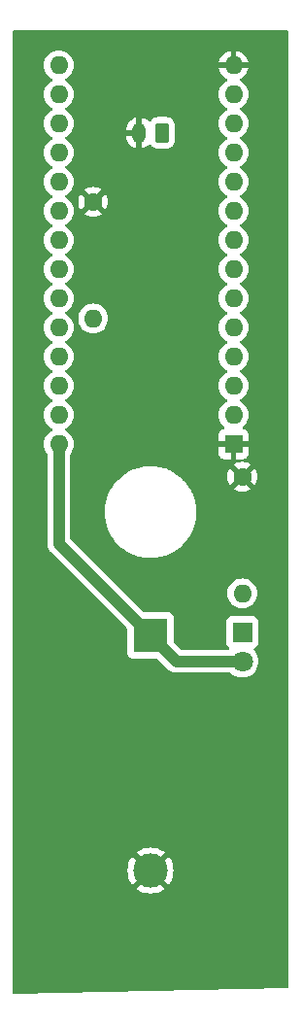
<source format=gbr>
%TF.GenerationSoftware,KiCad,Pcbnew,7.0.8*%
%TF.CreationDate,2023-10-17T23:29:07+09:00*%
%TF.ProjectId,radicon-client,72616469-636f-46e2-9d63-6c69656e742e,rev?*%
%TF.SameCoordinates,Original*%
%TF.FileFunction,Copper,L2,Bot*%
%TF.FilePolarity,Positive*%
%FSLAX46Y46*%
G04 Gerber Fmt 4.6, Leading zero omitted, Abs format (unit mm)*
G04 Created by KiCad (PCBNEW 7.0.8) date 2023-10-17 23:29:07*
%MOMM*%
%LPD*%
G01*
G04 APERTURE LIST*
G04 Aperture macros list*
%AMRoundRect*
0 Rectangle with rounded corners*
0 $1 Rounding radius*
0 $2 $3 $4 $5 $6 $7 $8 $9 X,Y pos of 4 corners*
0 Add a 4 corners polygon primitive as box body*
4,1,4,$2,$3,$4,$5,$6,$7,$8,$9,$2,$3,0*
0 Add four circle primitives for the rounded corners*
1,1,$1+$1,$2,$3*
1,1,$1+$1,$4,$5*
1,1,$1+$1,$6,$7*
1,1,$1+$1,$8,$9*
0 Add four rect primitives between the rounded corners*
20,1,$1+$1,$2,$3,$4,$5,0*
20,1,$1+$1,$4,$5,$6,$7,0*
20,1,$1+$1,$6,$7,$8,$9,0*
20,1,$1+$1,$8,$9,$2,$3,0*%
G04 Aperture macros list end*
%TA.AperFunction,ComponentPad*%
%ADD10C,1.600000*%
%TD*%
%TA.AperFunction,ComponentPad*%
%ADD11O,1.600000X1.600000*%
%TD*%
%TA.AperFunction,ComponentPad*%
%ADD12R,1.800000X1.800000*%
%TD*%
%TA.AperFunction,ComponentPad*%
%ADD13C,1.800000*%
%TD*%
%TA.AperFunction,ComponentPad*%
%ADD14RoundRect,0.250000X0.350000X0.625000X-0.350000X0.625000X-0.350000X-0.625000X0.350000X-0.625000X0*%
%TD*%
%TA.AperFunction,ComponentPad*%
%ADD15O,1.200000X1.750000*%
%TD*%
%TA.AperFunction,ComponentPad*%
%ADD16R,3.000000X3.000000*%
%TD*%
%TA.AperFunction,ComponentPad*%
%ADD17C,3.000000*%
%TD*%
%TA.AperFunction,ComponentPad*%
%ADD18R,1.600000X1.600000*%
%TD*%
%TA.AperFunction,ViaPad*%
%ADD19C,0.800000*%
%TD*%
%TA.AperFunction,Conductor*%
%ADD20C,1.000000*%
%TD*%
G04 APERTURE END LIST*
D10*
%TO.P,R2,1*%
%TO.N,GND*%
X152000000Y-100920000D03*
D11*
%TO.P,R2,2*%
%TO.N,Net-(D1-K)*%
X152000000Y-111080000D03*
%TD*%
D12*
%TO.P,D1,1,K*%
%TO.N,Net-(D1-K)*%
X152000000Y-114460000D03*
D13*
%TO.P,D1,2,A*%
%TO.N,+3V0*%
X152000000Y-117000000D03*
%TD*%
D14*
%TO.P,J1,1,Pin_1*%
%TO.N,Net-(J1-Pin_1)*%
X145000000Y-70950000D03*
D15*
%TO.P,J1,2,Pin_2*%
%TO.N,GND*%
X143000000Y-70950000D03*
%TD*%
D16*
%TO.P,BT1,1,+*%
%TO.N,+3V0*%
X144000000Y-114750000D03*
D17*
%TO.P,BT1,2,-*%
%TO.N,GND*%
X144000000Y-135240000D03*
%TD*%
D10*
%TO.P,R1,1*%
%TO.N,GND*%
X139000000Y-76960000D03*
D11*
%TO.P,R1,2*%
%TO.N,Net-(Q1-G)*%
X139000000Y-87120000D03*
%TD*%
D18*
%TO.P,U1,1,GND*%
%TO.N,GND*%
X151240000Y-98080000D03*
D11*
%TO.P,U1,2,DIO14/SCL*%
%TO.N,unconnected-(U1-DIO14{slash}SCL-Pad2)*%
X151240000Y-95540000D03*
%TO.P,U1,3,DIO7/RX*%
%TO.N,unconnected-(U1-DIO7{slash}RX-Pad3)*%
X151240000Y-93000000D03*
%TO.P,U1,4,DIO5/PWM1*%
%TO.N,Net-(Q1-G)*%
X151240000Y-90460000D03*
%TO.P,U1,5,DIO18/DO1*%
%TO.N,unconnected-(U1-DIO18{slash}DO1-Pad5)*%
X151240000Y-87920000D03*
%TO.P,U1,6,DO0/PWM2*%
%TO.N,unconnected-(U1-DO0{slash}PWM2-Pad6)*%
X151240000Y-85380000D03*
%TO.P,U1,7,DO1/PWM3*%
%TO.N,unconnected-(U1-DO1{slash}PWM3-Pad7)*%
X151240000Y-82840000D03*
%TO.P,U1,8,DIO19/DO2*%
%TO.N,unconnected-(U1-DIO19{slash}DO2-Pad8)*%
X151240000Y-80300000D03*
%TO.P,U1,9,DIO4/DO3*%
%TO.N,unconnected-(U1-DIO4{slash}DO3-Pad9)*%
X151240000Y-77760000D03*
%TO.P,U1,10,DIO6/TX*%
%TO.N,unconnected-(U1-DIO6{slash}TX-Pad10)*%
X151240000Y-75220000D03*
%TO.P,U1,11,DIO8/PWM4*%
%TO.N,unconnected-(U1-DIO8{slash}PWM4-Pad11)*%
X151240000Y-72680000D03*
%TO.P,U1,12,DIO9/DO4*%
%TO.N,unconnected-(U1-DIO9{slash}DO4-Pad12)*%
X151240000Y-70140000D03*
%TO.P,U1,13,DIO10/M1*%
%TO.N,unconnected-(U1-DIO10{slash}M1-Pad13)*%
X151240000Y-67600000D03*
%TO.P,U1,14,GND*%
%TO.N,GND*%
X151240000Y-65060000D03*
%TO.P,U1,15,DIO12/DI1*%
%TO.N,unconnected-(U1-DIO12{slash}DI1-Pad15)*%
X136000000Y-65060000D03*
%TO.P,U1,16,DIO13/DI2*%
%TO.N,unconnected-(U1-DIO13{slash}DI2-Pad16)*%
X136000000Y-67600000D03*
%TO.P,U1,17,DIO11/DI3*%
%TO.N,unconnected-(U1-DIO11{slash}DI3-Pad17)*%
X136000000Y-70140000D03*
%TO.P,U1,18,DIO16/DI4*%
%TO.N,unconnected-(U1-DIO16{slash}DI4-Pad18)*%
X136000000Y-72680000D03*
%TO.P,U1,19,DIO15/SDA*%
%TO.N,unconnected-(U1-DIO15{slash}SDA-Pad19)*%
X136000000Y-75220000D03*
%TO.P,U1,20,DIO17/BPS*%
%TO.N,unconnected-(U1-DIO17{slash}BPS-Pad20)*%
X136000000Y-77760000D03*
%TO.P,U1,21,~{RESET}*%
%TO.N,unconnected-(U1-~{RESET}-Pad21)*%
X136000000Y-80300000D03*
%TO.P,U1,22,ADC1/AI1*%
%TO.N,unconnected-(U1-ADC1{slash}AI1-Pad22)*%
X136000000Y-82840000D03*
%TO.P,U1,23,DIO0/AI2*%
%TO.N,unconnected-(U1-DIO0{slash}AI2-Pad23)*%
X136000000Y-85380000D03*
%TO.P,U1,24,ADC2/AI3*%
%TO.N,unconnected-(U1-ADC2{slash}AI3-Pad24)*%
X136000000Y-87920000D03*
%TO.P,U1,25,DIO1/AI4*%
%TO.N,unconnected-(U1-DIO1{slash}AI4-Pad25)*%
X136000000Y-90460000D03*
%TO.P,U1,26,DIO2/M2*%
%TO.N,unconnected-(U1-DIO2{slash}M2-Pad26)*%
X136000000Y-93000000D03*
%TO.P,U1,27,DIO3/M3*%
%TO.N,unconnected-(U1-DIO3{slash}M3-Pad27)*%
X136000000Y-95540000D03*
%TO.P,U1,28,VCC*%
%TO.N,+3V0*%
X136000000Y-98080000D03*
%TD*%
D19*
%TO.N,GND*%
X141028000Y-74770600D03*
%TD*%
D20*
%TO.N,+3V0*%
X146250000Y-117000000D02*
X144000000Y-114750000D01*
X136000000Y-106750000D02*
X136000000Y-98080000D01*
X144000000Y-114750000D02*
X136000000Y-106750000D01*
X152000000Y-117000000D02*
X146250000Y-117000000D01*
%TD*%
%TA.AperFunction,Conductor*%
%TO.N,GND*%
G36*
X155942539Y-62020185D02*
G01*
X155988294Y-62072989D01*
X155999500Y-62124500D01*
X155999500Y-145378514D01*
X155979815Y-145445553D01*
X155927011Y-145491308D01*
X155878030Y-145502488D01*
X132127030Y-145987201D01*
X132059603Y-145968889D01*
X132012780Y-145917029D01*
X132000500Y-145863227D01*
X132000500Y-135240001D01*
X141994891Y-135240001D01*
X142015300Y-135525362D01*
X142076109Y-135804895D01*
X142176091Y-136072958D01*
X142313191Y-136324038D01*
X142313196Y-136324046D01*
X142419882Y-136466561D01*
X142419883Y-136466562D01*
X143322803Y-135563641D01*
X143346059Y-135617553D01*
X143450756Y-135758185D01*
X143585062Y-135870882D01*
X143676665Y-135916886D01*
X142773436Y-136820115D01*
X142915960Y-136926807D01*
X142915961Y-136926808D01*
X143167042Y-137063908D01*
X143167041Y-137063908D01*
X143435104Y-137163890D01*
X143714637Y-137224699D01*
X143999999Y-137245109D01*
X144000001Y-137245109D01*
X144285362Y-137224699D01*
X144564895Y-137163890D01*
X144832958Y-137063908D01*
X145084047Y-136926803D01*
X145226561Y-136820116D01*
X145226562Y-136820115D01*
X144325946Y-135919498D01*
X144338891Y-135914787D01*
X144485373Y-135818445D01*
X144605688Y-135690918D01*
X144678447Y-135564894D01*
X145580115Y-136466562D01*
X145580116Y-136466561D01*
X145686803Y-136324047D01*
X145823908Y-136072958D01*
X145923890Y-135804895D01*
X145984699Y-135525362D01*
X146005109Y-135240001D01*
X146005109Y-135239998D01*
X145984699Y-134954637D01*
X145923890Y-134675104D01*
X145823908Y-134407041D01*
X145686808Y-134155961D01*
X145686807Y-134155960D01*
X145580115Y-134013436D01*
X144677195Y-134916356D01*
X144653941Y-134862447D01*
X144549244Y-134721815D01*
X144414938Y-134609118D01*
X144323333Y-134563112D01*
X145226562Y-133659883D01*
X145226561Y-133659882D01*
X145084046Y-133553196D01*
X145084038Y-133553191D01*
X144832957Y-133416091D01*
X144832958Y-133416091D01*
X144564895Y-133316109D01*
X144285362Y-133255300D01*
X144000001Y-133234891D01*
X143999999Y-133234891D01*
X143714637Y-133255300D01*
X143435104Y-133316109D01*
X143167041Y-133416091D01*
X142915961Y-133553191D01*
X142915953Y-133553196D01*
X142773437Y-133659882D01*
X142773436Y-133659883D01*
X143674054Y-134560501D01*
X143661109Y-134565213D01*
X143514627Y-134661555D01*
X143394312Y-134789082D01*
X143321552Y-134915105D01*
X142419883Y-134013436D01*
X142419882Y-134013437D01*
X142313196Y-134155953D01*
X142313191Y-134155961D01*
X142176091Y-134407041D01*
X142076109Y-134675104D01*
X142015300Y-134954637D01*
X141994891Y-135239998D01*
X141994891Y-135240001D01*
X132000500Y-135240001D01*
X132000500Y-98080001D01*
X134694532Y-98080001D01*
X134714364Y-98306686D01*
X134714366Y-98306697D01*
X134773258Y-98526488D01*
X134773261Y-98526497D01*
X134869431Y-98732732D01*
X134869432Y-98732734D01*
X134977075Y-98886465D01*
X134999402Y-98952671D01*
X134999500Y-98957588D01*
X134999500Y-106737283D01*
X134997243Y-106826362D01*
X134997243Y-106826370D01*
X135008064Y-106886739D01*
X135008718Y-106891404D01*
X135014925Y-106952430D01*
X135014927Y-106952444D01*
X135025208Y-106985213D01*
X135027079Y-106992837D01*
X135033142Y-107026652D01*
X135033142Y-107026655D01*
X135055894Y-107083612D01*
X135057474Y-107088051D01*
X135075841Y-107146588D01*
X135075844Y-107146595D01*
X135092509Y-107176619D01*
X135095879Y-107183714D01*
X135108622Y-107215614D01*
X135108627Y-107215624D01*
X135130808Y-107249280D01*
X135140500Y-107263986D01*
X135142377Y-107266833D01*
X135144818Y-107270863D01*
X135174588Y-107324498D01*
X135174589Y-107324499D01*
X135174591Y-107324502D01*
X135196968Y-107350567D01*
X135201693Y-107356835D01*
X135214263Y-107375906D01*
X135220598Y-107385519D01*
X135263978Y-107428899D01*
X135267169Y-107432343D01*
X135305799Y-107477340D01*
X135307134Y-107478895D01*
X135334294Y-107499918D01*
X135340190Y-107505111D01*
X141963181Y-114128102D01*
X141996666Y-114189425D01*
X141999500Y-114215783D01*
X141999500Y-116297870D01*
X141999501Y-116297876D01*
X142005908Y-116357483D01*
X142056202Y-116492328D01*
X142056206Y-116492335D01*
X142142452Y-116607544D01*
X142142455Y-116607547D01*
X142257664Y-116693793D01*
X142257671Y-116693797D01*
X142392517Y-116744091D01*
X142392516Y-116744091D01*
X142399444Y-116744835D01*
X142452127Y-116750500D01*
X144534215Y-116750499D01*
X144601254Y-116770184D01*
X144621896Y-116786818D01*
X145291379Y-117456300D01*
X145533566Y-117698487D01*
X145594941Y-117763053D01*
X145645294Y-117798100D01*
X145649037Y-117800922D01*
X145674711Y-117821856D01*
X145696595Y-117839700D01*
X145717053Y-117850385D01*
X145727045Y-117855605D01*
X145733755Y-117859670D01*
X145738759Y-117863153D01*
X145761951Y-117879295D01*
X145818322Y-117903486D01*
X145822571Y-117905503D01*
X145876951Y-117933910D01*
X145909980Y-117943359D01*
X145917372Y-117945992D01*
X145943730Y-117957303D01*
X145948942Y-117959540D01*
X146009029Y-117971887D01*
X146013595Y-117973009D01*
X146040131Y-117980601D01*
X146072582Y-117989887D01*
X146106839Y-117992495D01*
X146114614Y-117993586D01*
X146148255Y-118000500D01*
X146148259Y-118000500D01*
X146209599Y-118000500D01*
X146214305Y-118000678D01*
X146249063Y-118003325D01*
X146275476Y-118005337D01*
X146275476Y-118005336D01*
X146275477Y-118005337D01*
X146309560Y-118000996D01*
X146317390Y-118000500D01*
X150963536Y-118000500D01*
X151030575Y-118020185D01*
X151047521Y-118033272D01*
X151048204Y-118033901D01*
X151048216Y-118033913D01*
X151231374Y-118176470D01*
X151435497Y-118286936D01*
X151549487Y-118326068D01*
X151655015Y-118362297D01*
X151655017Y-118362297D01*
X151655019Y-118362298D01*
X151883951Y-118400500D01*
X151883952Y-118400500D01*
X152116048Y-118400500D01*
X152116049Y-118400500D01*
X152344981Y-118362298D01*
X152564503Y-118286936D01*
X152768626Y-118176470D01*
X152951784Y-118033913D01*
X153108979Y-117863153D01*
X153235924Y-117668849D01*
X153329157Y-117456300D01*
X153386134Y-117231305D01*
X153405300Y-117000000D01*
X153405300Y-116999993D01*
X153386135Y-116768702D01*
X153386133Y-116768691D01*
X153329157Y-116543699D01*
X153235924Y-116331151D01*
X153108983Y-116136852D01*
X153108980Y-116136849D01*
X153108979Y-116136847D01*
X153014195Y-116033884D01*
X152983275Y-115971232D01*
X152991135Y-115901806D01*
X153035283Y-115847651D01*
X153062095Y-115833722D01*
X153142326Y-115803798D01*
X153142326Y-115803797D01*
X153142331Y-115803796D01*
X153257546Y-115717546D01*
X153343796Y-115602331D01*
X153394091Y-115467483D01*
X153400500Y-115407873D01*
X153400499Y-113512128D01*
X153394091Y-113452517D01*
X153343796Y-113317669D01*
X153343795Y-113317668D01*
X153343793Y-113317664D01*
X153257547Y-113202455D01*
X153257544Y-113202452D01*
X153142335Y-113116206D01*
X153142328Y-113116202D01*
X153007482Y-113065908D01*
X153007483Y-113065908D01*
X152947883Y-113059501D01*
X152947881Y-113059500D01*
X152947873Y-113059500D01*
X152947864Y-113059500D01*
X151052129Y-113059500D01*
X151052123Y-113059501D01*
X150992516Y-113065908D01*
X150857671Y-113116202D01*
X150857664Y-113116206D01*
X150742455Y-113202452D01*
X150742452Y-113202455D01*
X150656206Y-113317664D01*
X150656202Y-113317671D01*
X150605908Y-113452517D01*
X150599501Y-113512116D01*
X150599501Y-113512123D01*
X150599500Y-113512135D01*
X150599500Y-115407870D01*
X150599501Y-115407876D01*
X150605908Y-115467483D01*
X150656202Y-115602328D01*
X150656206Y-115602335D01*
X150742452Y-115717544D01*
X150742455Y-115717547D01*
X150820850Y-115776234D01*
X150862721Y-115832168D01*
X150867705Y-115901859D01*
X150834219Y-115963182D01*
X150772896Y-115996666D01*
X150746539Y-115999500D01*
X146715782Y-115999500D01*
X146648743Y-115979815D01*
X146628101Y-115963181D01*
X146036818Y-115371898D01*
X146003333Y-115310575D01*
X146000499Y-115284217D01*
X146000499Y-113202129D01*
X146000498Y-113202123D01*
X145994091Y-113142516D01*
X145943797Y-113007671D01*
X145943793Y-113007664D01*
X145857547Y-112892455D01*
X145857544Y-112892452D01*
X145742335Y-112806206D01*
X145742328Y-112806202D01*
X145607482Y-112755908D01*
X145607483Y-112755908D01*
X145547883Y-112749501D01*
X145547881Y-112749500D01*
X145547873Y-112749500D01*
X145547865Y-112749500D01*
X143465783Y-112749500D01*
X143398744Y-112729815D01*
X143378102Y-112713181D01*
X141744922Y-111080001D01*
X150694532Y-111080001D01*
X150714364Y-111306686D01*
X150714366Y-111306697D01*
X150773258Y-111526488D01*
X150773261Y-111526497D01*
X150869431Y-111732732D01*
X150869432Y-111732734D01*
X150999954Y-111919141D01*
X151160858Y-112080045D01*
X151160861Y-112080047D01*
X151347266Y-112210568D01*
X151553504Y-112306739D01*
X151773308Y-112365635D01*
X151935230Y-112379801D01*
X151999998Y-112385468D01*
X152000000Y-112385468D01*
X152000002Y-112385468D01*
X152056673Y-112380509D01*
X152226692Y-112365635D01*
X152446496Y-112306739D01*
X152652734Y-112210568D01*
X152839139Y-112080047D01*
X153000047Y-111919139D01*
X153130568Y-111732734D01*
X153226739Y-111526496D01*
X153285635Y-111306692D01*
X153305468Y-111080000D01*
X153285635Y-110853308D01*
X153226739Y-110633504D01*
X153130568Y-110427266D01*
X153000047Y-110240861D01*
X153000045Y-110240858D01*
X152839141Y-110079954D01*
X152652734Y-109949432D01*
X152652732Y-109949431D01*
X152446497Y-109853261D01*
X152446488Y-109853258D01*
X152226697Y-109794366D01*
X152226693Y-109794365D01*
X152226692Y-109794365D01*
X152226691Y-109794364D01*
X152226686Y-109794364D01*
X152000002Y-109774532D01*
X151999998Y-109774532D01*
X151773313Y-109794364D01*
X151773302Y-109794366D01*
X151553511Y-109853258D01*
X151553502Y-109853261D01*
X151347267Y-109949431D01*
X151347265Y-109949432D01*
X151160858Y-110079954D01*
X150999954Y-110240858D01*
X150869432Y-110427265D01*
X150869431Y-110427267D01*
X150773261Y-110633502D01*
X150773258Y-110633511D01*
X150714366Y-110853302D01*
X150714364Y-110853313D01*
X150694532Y-111079998D01*
X150694532Y-111080001D01*
X141744922Y-111080001D01*
X137036819Y-106371898D01*
X137003334Y-106310575D01*
X137000500Y-106284217D01*
X137000500Y-104000000D01*
X139994675Y-104000000D01*
X140013962Y-104392591D01*
X140071467Y-104780264D01*
X140071637Y-104781406D01*
X140167143Y-105162684D01*
X140299561Y-105532770D01*
X140299562Y-105532772D01*
X140467620Y-105888100D01*
X140563363Y-106047837D01*
X140669694Y-106225239D01*
X140903835Y-106540942D01*
X140903846Y-106540956D01*
X141167807Y-106832192D01*
X141459043Y-107096153D01*
X141459049Y-107096158D01*
X141774761Y-107330306D01*
X141813545Y-107353552D01*
X142111899Y-107532379D01*
X142111902Y-107532380D01*
X142111903Y-107532381D01*
X142467228Y-107700438D01*
X142533478Y-107724142D01*
X142537710Y-107725804D01*
X142537726Y-107725812D01*
X142542278Y-107727341D01*
X142544580Y-107728115D01*
X142837316Y-107832857D01*
X142909701Y-107850988D01*
X142914342Y-107852348D01*
X142915964Y-107852893D01*
X142925398Y-107855046D01*
X142931055Y-107856338D01*
X143218595Y-107928363D01*
X143218597Y-107928363D01*
X143218600Y-107928364D01*
X143296298Y-107939889D01*
X143300964Y-107940767D01*
X143304975Y-107941683D01*
X143326961Y-107944437D01*
X143607409Y-107986038D01*
X143689805Y-107990085D01*
X143694453Y-107990490D01*
X143700894Y-107991298D01*
X143728451Y-107991984D01*
X144000000Y-108005325D01*
X144086410Y-108001079D01*
X144090948Y-108001024D01*
X144099785Y-108001245D01*
X144131630Y-107998858D01*
X144392591Y-107986038D01*
X144482157Y-107972752D01*
X144486589Y-107972258D01*
X144497684Y-107971427D01*
X144532614Y-107965267D01*
X144781400Y-107928364D01*
X144873210Y-107905366D01*
X144877426Y-107904468D01*
X144890638Y-107902139D01*
X144927470Y-107891775D01*
X145162684Y-107832857D01*
X145255677Y-107799583D01*
X145259689Y-107798303D01*
X145274739Y-107794069D01*
X145312402Y-107779287D01*
X145532772Y-107700438D01*
X145625823Y-107656427D01*
X145629584Y-107654803D01*
X145644432Y-107648975D01*
X145646170Y-107648294D01*
X145646172Y-107648293D01*
X145683666Y-107629069D01*
X145888097Y-107532381D01*
X145979970Y-107477313D01*
X145983479Y-107475365D01*
X146001245Y-107466258D01*
X146037701Y-107442711D01*
X146225239Y-107330306D01*
X146314691Y-107263963D01*
X146317931Y-107261719D01*
X146336428Y-107249773D01*
X146370986Y-107222212D01*
X146540951Y-107096158D01*
X146626664Y-107018471D01*
X146629573Y-107015997D01*
X146648391Y-107000991D01*
X146680418Y-106969751D01*
X146832192Y-106832192D01*
X146912796Y-106743258D01*
X146915398Y-106740559D01*
X146934032Y-106722384D01*
X146962925Y-106687951D01*
X146990970Y-106657007D01*
X147096158Y-106540951D01*
X147098899Y-106537256D01*
X147109397Y-106523099D01*
X147170308Y-106440971D01*
X147172554Y-106438124D01*
X147190514Y-106416721D01*
X147215800Y-106379632D01*
X147330306Y-106225239D01*
X147396613Y-106114611D01*
X147398502Y-106111658D01*
X147415288Y-106087039D01*
X147436630Y-106047847D01*
X147532381Y-105888097D01*
X147589488Y-105767354D01*
X147591027Y-105764325D01*
X147606118Y-105736615D01*
X147623247Y-105695977D01*
X147700438Y-105532772D01*
X147746989Y-105402668D01*
X147748226Y-105399496D01*
X147761110Y-105368932D01*
X147773912Y-105327422D01*
X147832857Y-105162684D01*
X147867587Y-105024034D01*
X147868452Y-105020936D01*
X147878722Y-104987644D01*
X147886901Y-104947183D01*
X147887501Y-104944530D01*
X147928364Y-104781400D01*
X147950040Y-104635269D01*
X147950583Y-104632163D01*
X147957785Y-104596540D01*
X147961788Y-104556533D01*
X147962137Y-104553714D01*
X147986038Y-104392591D01*
X147993529Y-104240100D01*
X147993757Y-104237051D01*
X147997514Y-104199508D01*
X147998189Y-104145240D01*
X148005325Y-104000000D01*
X147998189Y-103854763D01*
X147997514Y-103800498D01*
X147997514Y-103800492D01*
X147993757Y-103762953D01*
X147993529Y-103759896D01*
X147986038Y-103607409D01*
X147962143Y-103446326D01*
X147961783Y-103443418D01*
X147957785Y-103403460D01*
X147950587Y-103367855D01*
X147950036Y-103364704D01*
X147928364Y-103218600D01*
X147887505Y-103055482D01*
X147886898Y-103052803D01*
X147878722Y-103012356D01*
X147868457Y-102979078D01*
X147867585Y-102975959D01*
X147832857Y-102837316D01*
X147832854Y-102837307D01*
X147832854Y-102837306D01*
X147773921Y-102672600D01*
X147761108Y-102631063D01*
X147748224Y-102600499D01*
X147746979Y-102597302D01*
X147700445Y-102467247D01*
X147700438Y-102467229D01*
X147700438Y-102467228D01*
X147700433Y-102467217D01*
X147700430Y-102467210D01*
X147623256Y-102304042D01*
X147606125Y-102263401D01*
X147606123Y-102263398D01*
X147606118Y-102263385D01*
X147591042Y-102235701D01*
X147589464Y-102232595D01*
X147576479Y-102205141D01*
X147532381Y-102111903D01*
X147436632Y-101952155D01*
X147415287Y-101912959D01*
X147398537Y-101888392D01*
X147396596Y-101885360D01*
X147332246Y-101777997D01*
X147330304Y-101774757D01*
X147215807Y-101620377D01*
X147190517Y-101583282D01*
X147172593Y-101561922D01*
X147170288Y-101559001D01*
X147148507Y-101529633D01*
X147096158Y-101459049D01*
X147012119Y-101366326D01*
X146962926Y-101312050D01*
X146934025Y-101277608D01*
X146915428Y-101259470D01*
X146912778Y-101256721D01*
X146832192Y-101167808D01*
X146832188Y-101167805D01*
X146832186Y-101167802D01*
X146680424Y-101030253D01*
X146648394Y-100999011D01*
X146648380Y-100998999D01*
X146629609Y-100984030D01*
X146626638Y-100981504D01*
X146545919Y-100908345D01*
X146540949Y-100903840D01*
X146371010Y-100777804D01*
X146336431Y-100750229D01*
X146336423Y-100750223D01*
X146317951Y-100738292D01*
X146314656Y-100736010D01*
X146225241Y-100669695D01*
X146037706Y-100557291D01*
X146001245Y-100533742D01*
X146001246Y-100533742D01*
X145983526Y-100524658D01*
X145979935Y-100522664D01*
X145888097Y-100467619D01*
X145683688Y-100370940D01*
X145646166Y-100351704D01*
X145629614Y-100345208D01*
X145625771Y-100343547D01*
X145576614Y-100320298D01*
X145532788Y-100299569D01*
X145532777Y-100299564D01*
X145532772Y-100299562D01*
X145532766Y-100299559D01*
X145532752Y-100299554D01*
X145312406Y-100220714D01*
X145274737Y-100205930D01*
X145264732Y-100203115D01*
X145259730Y-100201708D01*
X145255639Y-100200402D01*
X145162682Y-100167142D01*
X144927495Y-100108230D01*
X144890648Y-100097863D01*
X144890638Y-100097861D01*
X144877457Y-100095536D01*
X144873165Y-100094620D01*
X144781409Y-100071637D01*
X144532622Y-100034733D01*
X144509184Y-100030600D01*
X144497684Y-100028573D01*
X144497681Y-100028572D01*
X144497677Y-100028572D01*
X144497670Y-100028571D01*
X144486594Y-100027741D01*
X144482135Y-100027243D01*
X144392602Y-100013963D01*
X144392595Y-100013962D01*
X144392591Y-100013962D01*
X144153027Y-100002192D01*
X144131638Y-100001142D01*
X144099789Y-99998755D01*
X144099785Y-99998755D01*
X144098773Y-99998780D01*
X144090972Y-99998974D01*
X144086393Y-99998918D01*
X144000000Y-99994675D01*
X143728479Y-100008014D01*
X143700905Y-100008701D01*
X143700877Y-100008703D01*
X143694450Y-100009508D01*
X143689794Y-100009913D01*
X143607407Y-100013961D01*
X143373900Y-100048599D01*
X143326993Y-100055557D01*
X143318907Y-100056571D01*
X143304975Y-100058316D01*
X143304972Y-100058317D01*
X143300961Y-100059232D01*
X143296277Y-100060112D01*
X143218607Y-100071634D01*
X142931052Y-100143662D01*
X142915954Y-100147108D01*
X142915945Y-100147111D01*
X142914317Y-100147658D01*
X142909657Y-100149021D01*
X142837320Y-100167141D01*
X142544577Y-100271885D01*
X142537724Y-100274188D01*
X142533404Y-100275883D01*
X142467236Y-100299558D01*
X142467232Y-100299560D01*
X142111899Y-100467620D01*
X141774763Y-100669692D01*
X141459043Y-100903846D01*
X141167807Y-101167807D01*
X140903846Y-101459043D01*
X140669692Y-101774763D01*
X140467620Y-102111899D01*
X140299562Y-102467227D01*
X140299561Y-102467229D01*
X140167143Y-102837315D01*
X140071637Y-103218593D01*
X140037854Y-103446344D01*
X140013962Y-103607409D01*
X139994675Y-104000000D01*
X137000500Y-104000000D01*
X137000500Y-98957588D01*
X137020185Y-98890549D01*
X137022925Y-98886465D01*
X137130568Y-98732734D01*
X137226739Y-98526496D01*
X137285635Y-98306692D01*
X137305468Y-98080000D01*
X137285635Y-97853308D01*
X137226739Y-97633504D01*
X137130568Y-97427266D01*
X137000047Y-97240861D01*
X137000045Y-97240858D01*
X136839141Y-97079954D01*
X136652734Y-96949432D01*
X136652728Y-96949429D01*
X136625038Y-96936517D01*
X136594724Y-96922381D01*
X136542285Y-96876210D01*
X136523133Y-96809017D01*
X136543348Y-96742135D01*
X136594725Y-96697618D01*
X136652734Y-96670568D01*
X136839139Y-96540047D01*
X137000047Y-96379139D01*
X137130568Y-96192734D01*
X137226739Y-95986496D01*
X137285635Y-95766692D01*
X137305468Y-95540001D01*
X149934532Y-95540001D01*
X149954364Y-95766686D01*
X149954366Y-95766697D01*
X150013258Y-95986488D01*
X150013261Y-95986497D01*
X150109431Y-96192732D01*
X150109432Y-96192734D01*
X150239954Y-96379141D01*
X150400858Y-96540045D01*
X150426086Y-96557710D01*
X150469711Y-96612287D01*
X150476905Y-96681785D01*
X150445382Y-96744140D01*
X150385153Y-96779554D01*
X150368221Y-96782574D01*
X150332626Y-96786401D01*
X150332620Y-96786403D01*
X150197913Y-96836645D01*
X150197906Y-96836649D01*
X150082812Y-96922809D01*
X150082809Y-96922812D01*
X149996649Y-97037906D01*
X149996645Y-97037913D01*
X149946403Y-97172620D01*
X149946401Y-97172627D01*
X149940000Y-97232155D01*
X149940000Y-97830000D01*
X150924314Y-97830000D01*
X150912359Y-97841955D01*
X150854835Y-97954852D01*
X150835014Y-98080000D01*
X150854835Y-98205148D01*
X150912359Y-98318045D01*
X150924314Y-98330000D01*
X149940000Y-98330000D01*
X149940000Y-98927844D01*
X149946401Y-98987372D01*
X149946403Y-98987379D01*
X149996645Y-99122086D01*
X149996649Y-99122093D01*
X150082809Y-99237187D01*
X150082812Y-99237190D01*
X150197906Y-99323350D01*
X150197913Y-99323354D01*
X150332620Y-99373596D01*
X150332627Y-99373598D01*
X150392155Y-99379999D01*
X150392172Y-99380000D01*
X150990000Y-99380000D01*
X150990000Y-98395686D01*
X151001955Y-98407641D01*
X151114852Y-98465165D01*
X151208519Y-98480000D01*
X151271481Y-98480000D01*
X151365148Y-98465165D01*
X151478045Y-98407641D01*
X151490000Y-98395686D01*
X151490000Y-99380000D01*
X151846383Y-99380000D01*
X151913422Y-99399685D01*
X151959177Y-99452489D01*
X151969121Y-99521647D01*
X151940096Y-99585203D01*
X151881318Y-99622977D01*
X151857190Y-99627528D01*
X151773400Y-99634858D01*
X151773389Y-99634860D01*
X151553682Y-99693730D01*
X151553673Y-99693734D01*
X151347513Y-99789868D01*
X151274527Y-99840972D01*
X151274526Y-99840973D01*
X151955600Y-100522046D01*
X151874852Y-100534835D01*
X151761955Y-100592359D01*
X151672359Y-100681955D01*
X151614835Y-100794852D01*
X151602046Y-100875599D01*
X150920973Y-100194526D01*
X150920972Y-100194527D01*
X150869868Y-100267513D01*
X150773734Y-100473673D01*
X150773730Y-100473682D01*
X150714860Y-100693389D01*
X150714858Y-100693400D01*
X150695034Y-100919997D01*
X150695034Y-100920002D01*
X150714858Y-101146599D01*
X150714860Y-101146610D01*
X150773730Y-101366317D01*
X150773734Y-101366326D01*
X150869865Y-101572481D01*
X150869866Y-101572483D01*
X150920973Y-101645471D01*
X150920974Y-101645472D01*
X151602046Y-100964399D01*
X151614835Y-101045148D01*
X151672359Y-101158045D01*
X151761955Y-101247641D01*
X151874852Y-101305165D01*
X151955599Y-101317953D01*
X151274526Y-101999025D01*
X151274526Y-101999026D01*
X151347512Y-102050131D01*
X151347516Y-102050133D01*
X151553673Y-102146265D01*
X151553682Y-102146269D01*
X151773389Y-102205139D01*
X151773400Y-102205141D01*
X151999998Y-102224966D01*
X152000002Y-102224966D01*
X152226599Y-102205141D01*
X152226610Y-102205139D01*
X152446317Y-102146269D01*
X152446331Y-102146264D01*
X152652478Y-102050136D01*
X152725472Y-101999025D01*
X152044401Y-101317953D01*
X152125148Y-101305165D01*
X152238045Y-101247641D01*
X152327641Y-101158045D01*
X152385165Y-101045148D01*
X152397953Y-100964400D01*
X153079025Y-101645472D01*
X153130136Y-101572478D01*
X153226264Y-101366331D01*
X153226269Y-101366317D01*
X153285139Y-101146610D01*
X153285141Y-101146599D01*
X153304966Y-100920002D01*
X153304966Y-100919997D01*
X153285141Y-100693400D01*
X153285139Y-100693389D01*
X153226269Y-100473682D01*
X153226265Y-100473673D01*
X153130133Y-100267516D01*
X153130131Y-100267512D01*
X153079026Y-100194526D01*
X153079025Y-100194526D01*
X152397953Y-100875598D01*
X152385165Y-100794852D01*
X152327641Y-100681955D01*
X152238045Y-100592359D01*
X152125148Y-100534835D01*
X152044400Y-100522046D01*
X152725472Y-99840974D01*
X152725471Y-99840973D01*
X152652483Y-99789866D01*
X152652481Y-99789865D01*
X152446326Y-99693734D01*
X152446317Y-99693730D01*
X152226610Y-99634860D01*
X152226600Y-99634858D01*
X152110202Y-99624675D01*
X152045134Y-99599222D01*
X152004155Y-99542632D01*
X152000277Y-99472870D01*
X152034731Y-99412085D01*
X152096578Y-99379578D01*
X152107755Y-99377858D01*
X152147372Y-99373598D01*
X152147379Y-99373596D01*
X152282086Y-99323354D01*
X152282093Y-99323350D01*
X152397187Y-99237190D01*
X152397190Y-99237187D01*
X152483350Y-99122093D01*
X152483354Y-99122086D01*
X152533596Y-98987379D01*
X152533598Y-98987372D01*
X152539999Y-98927844D01*
X152540000Y-98927827D01*
X152540000Y-98330000D01*
X151555686Y-98330000D01*
X151567641Y-98318045D01*
X151625165Y-98205148D01*
X151644986Y-98080000D01*
X151625165Y-97954852D01*
X151567641Y-97841955D01*
X151555686Y-97830000D01*
X152540000Y-97830000D01*
X152540000Y-97232172D01*
X152539999Y-97232155D01*
X152533598Y-97172627D01*
X152533596Y-97172620D01*
X152483354Y-97037913D01*
X152483350Y-97037906D01*
X152397190Y-96922812D01*
X152397187Y-96922809D01*
X152282093Y-96836649D01*
X152282086Y-96836645D01*
X152147379Y-96786403D01*
X152147373Y-96786401D01*
X152111778Y-96782574D01*
X152047228Y-96755835D01*
X152007381Y-96698441D01*
X152004888Y-96628616D01*
X152040542Y-96568528D01*
X152053913Y-96557710D01*
X152079139Y-96540047D01*
X152240047Y-96379139D01*
X152370568Y-96192734D01*
X152466739Y-95986496D01*
X152525635Y-95766692D01*
X152545468Y-95540000D01*
X152525635Y-95313308D01*
X152466739Y-95093504D01*
X152370568Y-94887266D01*
X152240047Y-94700861D01*
X152240045Y-94700858D01*
X152079141Y-94539954D01*
X151892734Y-94409432D01*
X151892728Y-94409429D01*
X151834725Y-94382382D01*
X151782285Y-94336210D01*
X151763133Y-94269017D01*
X151783348Y-94202135D01*
X151834725Y-94157618D01*
X151892734Y-94130568D01*
X152079139Y-94000047D01*
X152240047Y-93839139D01*
X152370568Y-93652734D01*
X152466739Y-93446496D01*
X152525635Y-93226692D01*
X152545468Y-93000000D01*
X152525635Y-92773308D01*
X152466739Y-92553504D01*
X152370568Y-92347266D01*
X152240047Y-92160861D01*
X152240045Y-92160858D01*
X152079141Y-91999954D01*
X151892734Y-91869432D01*
X151892728Y-91869429D01*
X151834725Y-91842382D01*
X151782285Y-91796210D01*
X151763133Y-91729017D01*
X151783348Y-91662135D01*
X151834725Y-91617618D01*
X151892734Y-91590568D01*
X152079139Y-91460047D01*
X152240047Y-91299139D01*
X152370568Y-91112734D01*
X152466739Y-90906496D01*
X152525635Y-90686692D01*
X152545468Y-90460000D01*
X152525635Y-90233308D01*
X152466739Y-90013504D01*
X152370568Y-89807266D01*
X152240047Y-89620861D01*
X152240045Y-89620858D01*
X152079141Y-89459954D01*
X151892734Y-89329432D01*
X151892728Y-89329429D01*
X151834725Y-89302382D01*
X151782285Y-89256210D01*
X151763133Y-89189017D01*
X151783348Y-89122135D01*
X151834725Y-89077618D01*
X151892734Y-89050568D01*
X152079139Y-88920047D01*
X152240047Y-88759139D01*
X152370568Y-88572734D01*
X152466739Y-88366496D01*
X152525635Y-88146692D01*
X152545468Y-87920000D01*
X152525635Y-87693308D01*
X152466739Y-87473504D01*
X152370568Y-87267266D01*
X152240047Y-87080861D01*
X152240045Y-87080858D01*
X152079141Y-86919954D01*
X151892734Y-86789432D01*
X151892728Y-86789429D01*
X151834725Y-86762382D01*
X151782285Y-86716210D01*
X151763133Y-86649017D01*
X151783348Y-86582135D01*
X151834725Y-86537618D01*
X151892734Y-86510568D01*
X152079139Y-86380047D01*
X152240047Y-86219139D01*
X152370568Y-86032734D01*
X152466739Y-85826496D01*
X152525635Y-85606692D01*
X152545468Y-85380000D01*
X152525635Y-85153308D01*
X152466739Y-84933504D01*
X152370568Y-84727266D01*
X152240047Y-84540861D01*
X152240045Y-84540858D01*
X152079141Y-84379954D01*
X151892734Y-84249432D01*
X151892728Y-84249429D01*
X151834725Y-84222382D01*
X151782285Y-84176210D01*
X151763133Y-84109017D01*
X151783348Y-84042135D01*
X151834725Y-83997618D01*
X151892734Y-83970568D01*
X152079139Y-83840047D01*
X152240047Y-83679139D01*
X152370568Y-83492734D01*
X152466739Y-83286496D01*
X152525635Y-83066692D01*
X152545468Y-82840000D01*
X152525635Y-82613308D01*
X152466739Y-82393504D01*
X152370568Y-82187266D01*
X152240047Y-82000861D01*
X152240045Y-82000858D01*
X152079141Y-81839954D01*
X151892734Y-81709432D01*
X151892728Y-81709429D01*
X151834725Y-81682382D01*
X151782285Y-81636210D01*
X151763133Y-81569017D01*
X151783348Y-81502135D01*
X151834725Y-81457618D01*
X151892734Y-81430568D01*
X152079139Y-81300047D01*
X152240047Y-81139139D01*
X152370568Y-80952734D01*
X152466739Y-80746496D01*
X152525635Y-80526692D01*
X152545468Y-80300000D01*
X152525635Y-80073308D01*
X152466739Y-79853504D01*
X152370568Y-79647266D01*
X152240047Y-79460861D01*
X152240045Y-79460858D01*
X152079141Y-79299954D01*
X151892734Y-79169432D01*
X151892728Y-79169429D01*
X151834725Y-79142382D01*
X151782285Y-79096210D01*
X151763133Y-79029017D01*
X151783348Y-78962135D01*
X151834725Y-78917618D01*
X151892734Y-78890568D01*
X152079139Y-78760047D01*
X152240047Y-78599139D01*
X152370568Y-78412734D01*
X152466739Y-78206496D01*
X152525635Y-77986692D01*
X152545468Y-77760000D01*
X152525635Y-77533308D01*
X152479198Y-77360000D01*
X152466741Y-77313511D01*
X152466738Y-77313502D01*
X152370568Y-77107267D01*
X152370567Y-77107265D01*
X152240045Y-76920858D01*
X152079141Y-76759954D01*
X151892734Y-76629432D01*
X151892728Y-76629429D01*
X151865038Y-76616517D01*
X151834724Y-76602381D01*
X151782285Y-76556210D01*
X151763133Y-76489017D01*
X151783348Y-76422135D01*
X151834725Y-76377618D01*
X151892734Y-76350568D01*
X152079139Y-76220047D01*
X152240047Y-76059139D01*
X152370568Y-75872734D01*
X152466739Y-75666496D01*
X152525635Y-75446692D01*
X152545468Y-75220000D01*
X152525635Y-74993308D01*
X152466739Y-74773504D01*
X152370568Y-74567266D01*
X152240047Y-74380861D01*
X152240045Y-74380858D01*
X152079141Y-74219954D01*
X151892734Y-74089432D01*
X151892728Y-74089429D01*
X151834725Y-74062382D01*
X151782285Y-74016210D01*
X151763133Y-73949017D01*
X151783348Y-73882135D01*
X151834725Y-73837618D01*
X151892734Y-73810568D01*
X152079139Y-73680047D01*
X152240047Y-73519139D01*
X152370568Y-73332734D01*
X152466739Y-73126496D01*
X152525635Y-72906692D01*
X152545468Y-72680000D01*
X152525635Y-72453308D01*
X152466739Y-72233504D01*
X152370568Y-72027266D01*
X152240047Y-71840861D01*
X152240045Y-71840858D01*
X152079141Y-71679954D01*
X151892734Y-71549432D01*
X151892728Y-71549429D01*
X151834725Y-71522382D01*
X151782285Y-71476210D01*
X151763133Y-71409017D01*
X151783348Y-71342135D01*
X151834725Y-71297618D01*
X151892734Y-71270568D01*
X152079139Y-71140047D01*
X152240047Y-70979139D01*
X152370568Y-70792734D01*
X152466739Y-70586496D01*
X152525635Y-70366692D01*
X152545468Y-70140000D01*
X152525635Y-69913308D01*
X152466739Y-69693504D01*
X152370568Y-69487266D01*
X152240047Y-69300861D01*
X152240045Y-69300858D01*
X152079141Y-69139954D01*
X151892734Y-69009432D01*
X151892728Y-69009429D01*
X151834725Y-68982382D01*
X151782285Y-68936210D01*
X151763133Y-68869017D01*
X151783348Y-68802135D01*
X151834725Y-68757618D01*
X151892734Y-68730568D01*
X152079139Y-68600047D01*
X152240047Y-68439139D01*
X152370568Y-68252734D01*
X152466739Y-68046496D01*
X152525635Y-67826692D01*
X152545468Y-67600000D01*
X152525635Y-67373308D01*
X152466739Y-67153504D01*
X152370568Y-66947266D01*
X152240047Y-66760861D01*
X152240045Y-66760858D01*
X152079141Y-66599954D01*
X151892734Y-66469432D01*
X151892732Y-66469431D01*
X151834725Y-66442382D01*
X151834132Y-66442105D01*
X151781694Y-66395934D01*
X151762542Y-66328740D01*
X151782758Y-66261859D01*
X151834134Y-66217341D01*
X151892484Y-66190132D01*
X152078820Y-66059657D01*
X152239657Y-65898820D01*
X152370134Y-65712482D01*
X152466265Y-65506326D01*
X152466269Y-65506317D01*
X152518872Y-65310000D01*
X151555686Y-65310000D01*
X151567641Y-65298045D01*
X151625165Y-65185148D01*
X151644986Y-65060000D01*
X151625165Y-64934852D01*
X151567641Y-64821955D01*
X151555686Y-64810000D01*
X152518872Y-64810000D01*
X152518872Y-64809999D01*
X152466269Y-64613682D01*
X152466265Y-64613673D01*
X152370134Y-64407517D01*
X152239657Y-64221179D01*
X152078820Y-64060342D01*
X151892482Y-63929865D01*
X151686328Y-63833734D01*
X151490000Y-63781127D01*
X151490000Y-64744314D01*
X151478045Y-64732359D01*
X151365148Y-64674835D01*
X151271481Y-64660000D01*
X151208519Y-64660000D01*
X151114852Y-64674835D01*
X151001955Y-64732359D01*
X150990000Y-64744314D01*
X150990000Y-63781127D01*
X150793671Y-63833734D01*
X150587517Y-63929865D01*
X150401179Y-64060342D01*
X150240342Y-64221179D01*
X150109865Y-64407517D01*
X150013734Y-64613673D01*
X150013730Y-64613682D01*
X149961127Y-64809999D01*
X149961128Y-64810000D01*
X150924314Y-64810000D01*
X150912359Y-64821955D01*
X150854835Y-64934852D01*
X150835014Y-65060000D01*
X150854835Y-65185148D01*
X150912359Y-65298045D01*
X150924314Y-65310000D01*
X149961128Y-65310000D01*
X150013730Y-65506317D01*
X150013734Y-65506326D01*
X150109865Y-65712482D01*
X150240342Y-65898820D01*
X150401179Y-66059657D01*
X150587518Y-66190134D01*
X150587520Y-66190135D01*
X150645865Y-66217342D01*
X150698305Y-66263514D01*
X150717457Y-66330707D01*
X150697242Y-66397589D01*
X150645867Y-66442105D01*
X150587268Y-66469431D01*
X150587264Y-66469433D01*
X150400858Y-66599954D01*
X150239954Y-66760858D01*
X150109432Y-66947265D01*
X150109431Y-66947267D01*
X150013261Y-67153502D01*
X150013258Y-67153511D01*
X149954366Y-67373302D01*
X149954364Y-67373313D01*
X149934532Y-67599998D01*
X149934532Y-67600001D01*
X149954364Y-67826686D01*
X149954366Y-67826697D01*
X150013258Y-68046488D01*
X150013261Y-68046497D01*
X150109431Y-68252732D01*
X150109432Y-68252734D01*
X150239954Y-68439141D01*
X150400858Y-68600045D01*
X150400861Y-68600047D01*
X150587266Y-68730568D01*
X150645275Y-68757618D01*
X150697714Y-68803791D01*
X150716866Y-68870984D01*
X150696650Y-68937865D01*
X150645275Y-68982382D01*
X150587267Y-69009431D01*
X150587265Y-69009432D01*
X150400858Y-69139954D01*
X150239954Y-69300858D01*
X150109432Y-69487265D01*
X150109431Y-69487267D01*
X150013261Y-69693502D01*
X150013258Y-69693511D01*
X149954366Y-69913302D01*
X149954364Y-69913313D01*
X149934532Y-70139998D01*
X149934532Y-70140001D01*
X149954364Y-70366686D01*
X149954366Y-70366697D01*
X150013258Y-70586488D01*
X150013261Y-70586497D01*
X150109431Y-70792732D01*
X150109432Y-70792734D01*
X150239954Y-70979141D01*
X150400858Y-71140045D01*
X150447693Y-71172839D01*
X150587266Y-71270568D01*
X150645275Y-71297618D01*
X150697714Y-71343791D01*
X150716866Y-71410984D01*
X150696650Y-71477865D01*
X150645275Y-71522382D01*
X150587267Y-71549431D01*
X150587265Y-71549432D01*
X150400858Y-71679954D01*
X150239954Y-71840858D01*
X150109432Y-72027265D01*
X150109431Y-72027267D01*
X150013261Y-72233502D01*
X150013258Y-72233511D01*
X149954366Y-72453302D01*
X149954364Y-72453313D01*
X149934532Y-72679998D01*
X149934532Y-72680001D01*
X149954364Y-72906686D01*
X149954366Y-72906697D01*
X150013258Y-73126488D01*
X150013261Y-73126497D01*
X150109431Y-73332732D01*
X150109432Y-73332734D01*
X150239954Y-73519141D01*
X150400858Y-73680045D01*
X150400861Y-73680047D01*
X150587266Y-73810568D01*
X150645275Y-73837618D01*
X150697714Y-73883791D01*
X150716866Y-73950984D01*
X150696650Y-74017865D01*
X150645275Y-74062382D01*
X150587267Y-74089431D01*
X150587265Y-74089432D01*
X150400858Y-74219954D01*
X150239954Y-74380858D01*
X150109432Y-74567265D01*
X150109431Y-74567267D01*
X150013261Y-74773502D01*
X150013258Y-74773511D01*
X149954366Y-74993302D01*
X149954364Y-74993313D01*
X149934532Y-75219998D01*
X149934532Y-75220001D01*
X149954364Y-75446686D01*
X149954366Y-75446697D01*
X150013258Y-75666488D01*
X150013261Y-75666497D01*
X150109431Y-75872732D01*
X150109432Y-75872734D01*
X150239954Y-76059141D01*
X150400858Y-76220045D01*
X150400861Y-76220047D01*
X150587266Y-76350568D01*
X150645275Y-76377618D01*
X150697714Y-76423791D01*
X150716866Y-76490984D01*
X150696650Y-76557865D01*
X150645275Y-76602381D01*
X150628272Y-76610310D01*
X150587267Y-76629431D01*
X150587265Y-76629432D01*
X150400858Y-76759954D01*
X150239954Y-76920858D01*
X150109432Y-77107265D01*
X150109431Y-77107267D01*
X150013261Y-77313502D01*
X150013258Y-77313511D01*
X149954366Y-77533302D01*
X149954364Y-77533313D01*
X149934532Y-77759998D01*
X149934532Y-77760001D01*
X149954364Y-77986686D01*
X149954366Y-77986697D01*
X150013258Y-78206488D01*
X150013261Y-78206497D01*
X150109431Y-78412732D01*
X150109432Y-78412734D01*
X150239954Y-78599141D01*
X150400858Y-78760045D01*
X150400861Y-78760047D01*
X150587266Y-78890568D01*
X150645275Y-78917618D01*
X150697714Y-78963791D01*
X150716866Y-79030984D01*
X150696650Y-79097865D01*
X150645275Y-79142382D01*
X150587267Y-79169431D01*
X150587265Y-79169432D01*
X150400858Y-79299954D01*
X150239954Y-79460858D01*
X150109432Y-79647265D01*
X150109431Y-79647267D01*
X150013261Y-79853502D01*
X150013258Y-79853511D01*
X149954366Y-80073302D01*
X149954364Y-80073313D01*
X149934532Y-80299998D01*
X149934532Y-80300001D01*
X149954364Y-80526686D01*
X149954366Y-80526697D01*
X150013258Y-80746488D01*
X150013261Y-80746497D01*
X150109431Y-80952732D01*
X150109432Y-80952734D01*
X150239954Y-81139141D01*
X150400858Y-81300045D01*
X150400861Y-81300047D01*
X150587266Y-81430568D01*
X150645275Y-81457618D01*
X150697714Y-81503791D01*
X150716866Y-81570984D01*
X150696650Y-81637865D01*
X150645275Y-81682382D01*
X150587267Y-81709431D01*
X150587265Y-81709432D01*
X150400858Y-81839954D01*
X150239954Y-82000858D01*
X150109432Y-82187265D01*
X150109431Y-82187267D01*
X150013261Y-82393502D01*
X150013258Y-82393511D01*
X149954366Y-82613302D01*
X149954364Y-82613313D01*
X149934532Y-82839998D01*
X149934532Y-82840001D01*
X149954364Y-83066686D01*
X149954366Y-83066697D01*
X150013258Y-83286488D01*
X150013261Y-83286497D01*
X150109431Y-83492732D01*
X150109432Y-83492734D01*
X150239954Y-83679141D01*
X150400858Y-83840045D01*
X150400861Y-83840047D01*
X150587266Y-83970568D01*
X150645275Y-83997618D01*
X150697714Y-84043791D01*
X150716866Y-84110984D01*
X150696650Y-84177865D01*
X150645275Y-84222382D01*
X150587267Y-84249431D01*
X150587265Y-84249432D01*
X150400858Y-84379954D01*
X150239954Y-84540858D01*
X150109432Y-84727265D01*
X150109431Y-84727267D01*
X150013261Y-84933502D01*
X150013258Y-84933511D01*
X149954366Y-85153302D01*
X149954364Y-85153313D01*
X149934532Y-85379998D01*
X149934532Y-85380001D01*
X149954364Y-85606686D01*
X149954366Y-85606697D01*
X150013258Y-85826488D01*
X150013261Y-85826497D01*
X150109431Y-86032732D01*
X150109432Y-86032734D01*
X150239954Y-86219141D01*
X150400858Y-86380045D01*
X150400861Y-86380047D01*
X150587266Y-86510568D01*
X150645275Y-86537618D01*
X150697714Y-86583791D01*
X150716866Y-86650984D01*
X150696650Y-86717865D01*
X150645275Y-86762382D01*
X150587267Y-86789431D01*
X150587265Y-86789432D01*
X150400858Y-86919954D01*
X150239954Y-87080858D01*
X150109432Y-87267265D01*
X150109431Y-87267267D01*
X150013261Y-87473502D01*
X150013258Y-87473511D01*
X149954366Y-87693302D01*
X149954364Y-87693313D01*
X149934532Y-87919998D01*
X149934532Y-87920001D01*
X149954364Y-88146686D01*
X149954366Y-88146697D01*
X150013258Y-88366488D01*
X150013261Y-88366497D01*
X150109431Y-88572732D01*
X150109432Y-88572734D01*
X150239954Y-88759141D01*
X150400858Y-88920045D01*
X150400861Y-88920047D01*
X150587266Y-89050568D01*
X150645275Y-89077618D01*
X150697714Y-89123791D01*
X150716866Y-89190984D01*
X150696650Y-89257865D01*
X150645275Y-89302382D01*
X150587267Y-89329431D01*
X150587265Y-89329432D01*
X150400858Y-89459954D01*
X150239954Y-89620858D01*
X150109432Y-89807265D01*
X150109431Y-89807267D01*
X150013261Y-90013502D01*
X150013258Y-90013511D01*
X149954366Y-90233302D01*
X149954364Y-90233313D01*
X149934532Y-90459998D01*
X149934532Y-90460001D01*
X149954364Y-90686686D01*
X149954366Y-90686697D01*
X150013258Y-90906488D01*
X150013261Y-90906497D01*
X150109431Y-91112732D01*
X150109432Y-91112734D01*
X150239954Y-91299141D01*
X150400858Y-91460045D01*
X150400861Y-91460047D01*
X150587266Y-91590568D01*
X150645275Y-91617618D01*
X150697714Y-91663791D01*
X150716866Y-91730984D01*
X150696650Y-91797865D01*
X150645275Y-91842382D01*
X150587267Y-91869431D01*
X150587265Y-91869432D01*
X150400858Y-91999954D01*
X150239954Y-92160858D01*
X150109432Y-92347265D01*
X150109431Y-92347267D01*
X150013261Y-92553502D01*
X150013258Y-92553511D01*
X149954366Y-92773302D01*
X149954364Y-92773313D01*
X149934532Y-92999998D01*
X149934532Y-93000001D01*
X149954364Y-93226686D01*
X149954366Y-93226697D01*
X150013258Y-93446488D01*
X150013261Y-93446497D01*
X150109431Y-93652732D01*
X150109432Y-93652734D01*
X150239954Y-93839141D01*
X150400858Y-94000045D01*
X150400861Y-94000047D01*
X150587266Y-94130568D01*
X150645275Y-94157618D01*
X150697714Y-94203791D01*
X150716866Y-94270984D01*
X150696650Y-94337865D01*
X150645275Y-94382382D01*
X150587267Y-94409431D01*
X150587265Y-94409432D01*
X150400858Y-94539954D01*
X150239954Y-94700858D01*
X150109432Y-94887265D01*
X150109431Y-94887267D01*
X150013261Y-95093502D01*
X150013258Y-95093511D01*
X149954366Y-95313302D01*
X149954364Y-95313313D01*
X149934532Y-95539998D01*
X149934532Y-95540001D01*
X137305468Y-95540001D01*
X137305468Y-95540000D01*
X137285635Y-95313308D01*
X137226739Y-95093504D01*
X137130568Y-94887266D01*
X137000047Y-94700861D01*
X137000045Y-94700858D01*
X136839141Y-94539954D01*
X136652734Y-94409432D01*
X136652728Y-94409429D01*
X136594725Y-94382382D01*
X136542285Y-94336210D01*
X136523133Y-94269017D01*
X136543348Y-94202135D01*
X136594725Y-94157618D01*
X136652734Y-94130568D01*
X136839139Y-94000047D01*
X137000047Y-93839139D01*
X137130568Y-93652734D01*
X137226739Y-93446496D01*
X137285635Y-93226692D01*
X137305468Y-93000000D01*
X137285635Y-92773308D01*
X137226739Y-92553504D01*
X137130568Y-92347266D01*
X137000047Y-92160861D01*
X137000045Y-92160858D01*
X136839141Y-91999954D01*
X136652734Y-91869432D01*
X136652728Y-91869429D01*
X136594725Y-91842382D01*
X136542285Y-91796210D01*
X136523133Y-91729017D01*
X136543348Y-91662135D01*
X136594725Y-91617618D01*
X136652734Y-91590568D01*
X136839139Y-91460047D01*
X137000047Y-91299139D01*
X137130568Y-91112734D01*
X137226739Y-90906496D01*
X137285635Y-90686692D01*
X137305468Y-90460000D01*
X137285635Y-90233308D01*
X137226739Y-90013504D01*
X137130568Y-89807266D01*
X137000047Y-89620861D01*
X137000045Y-89620858D01*
X136839141Y-89459954D01*
X136652734Y-89329432D01*
X136652728Y-89329429D01*
X136594725Y-89302382D01*
X136542285Y-89256210D01*
X136523133Y-89189017D01*
X136543348Y-89122135D01*
X136594725Y-89077618D01*
X136652734Y-89050568D01*
X136839139Y-88920047D01*
X137000047Y-88759139D01*
X137130568Y-88572734D01*
X137226739Y-88366496D01*
X137285635Y-88146692D01*
X137305468Y-87920000D01*
X137285635Y-87693308D01*
X137226739Y-87473504D01*
X137130568Y-87267266D01*
X137027453Y-87120001D01*
X137694532Y-87120001D01*
X137714364Y-87346686D01*
X137714366Y-87346697D01*
X137773258Y-87566488D01*
X137773261Y-87566497D01*
X137869431Y-87772732D01*
X137869432Y-87772734D01*
X137999954Y-87959141D01*
X138160858Y-88120045D01*
X138160861Y-88120047D01*
X138347266Y-88250568D01*
X138553504Y-88346739D01*
X138773308Y-88405635D01*
X138935230Y-88419801D01*
X138999998Y-88425468D01*
X139000000Y-88425468D01*
X139000002Y-88425468D01*
X139056673Y-88420509D01*
X139226692Y-88405635D01*
X139446496Y-88346739D01*
X139652734Y-88250568D01*
X139839139Y-88120047D01*
X140000047Y-87959139D01*
X140130568Y-87772734D01*
X140226739Y-87566496D01*
X140285635Y-87346692D01*
X140305468Y-87120000D01*
X140285635Y-86893308D01*
X140226739Y-86673504D01*
X140130568Y-86467266D01*
X140000047Y-86280861D01*
X140000045Y-86280858D01*
X139839141Y-86119954D01*
X139652734Y-85989432D01*
X139652732Y-85989431D01*
X139446497Y-85893261D01*
X139446488Y-85893258D01*
X139226697Y-85834366D01*
X139226693Y-85834365D01*
X139226692Y-85834365D01*
X139226691Y-85834364D01*
X139226686Y-85834364D01*
X139000002Y-85814532D01*
X138999998Y-85814532D01*
X138773313Y-85834364D01*
X138773302Y-85834366D01*
X138553511Y-85893258D01*
X138553502Y-85893261D01*
X138347267Y-85989431D01*
X138347265Y-85989432D01*
X138160858Y-86119954D01*
X137999954Y-86280858D01*
X137869432Y-86467265D01*
X137869431Y-86467267D01*
X137773261Y-86673502D01*
X137773258Y-86673511D01*
X137714366Y-86893302D01*
X137714364Y-86893313D01*
X137694532Y-87119998D01*
X137694532Y-87120001D01*
X137027453Y-87120001D01*
X137000047Y-87080861D01*
X137000045Y-87080858D01*
X136839141Y-86919954D01*
X136652734Y-86789432D01*
X136652728Y-86789429D01*
X136594725Y-86762382D01*
X136542285Y-86716210D01*
X136523133Y-86649017D01*
X136543348Y-86582135D01*
X136594725Y-86537618D01*
X136652734Y-86510568D01*
X136839139Y-86380047D01*
X137000047Y-86219139D01*
X137130568Y-86032734D01*
X137226739Y-85826496D01*
X137285635Y-85606692D01*
X137305468Y-85380000D01*
X137285635Y-85153308D01*
X137226739Y-84933504D01*
X137130568Y-84727266D01*
X137000047Y-84540861D01*
X137000045Y-84540858D01*
X136839141Y-84379954D01*
X136652734Y-84249432D01*
X136652728Y-84249429D01*
X136594725Y-84222382D01*
X136542285Y-84176210D01*
X136523133Y-84109017D01*
X136543348Y-84042135D01*
X136594725Y-83997618D01*
X136652734Y-83970568D01*
X136839139Y-83840047D01*
X137000047Y-83679139D01*
X137130568Y-83492734D01*
X137226739Y-83286496D01*
X137285635Y-83066692D01*
X137305468Y-82840000D01*
X137285635Y-82613308D01*
X137226739Y-82393504D01*
X137130568Y-82187266D01*
X137000047Y-82000861D01*
X137000045Y-82000858D01*
X136839141Y-81839954D01*
X136652734Y-81709432D01*
X136652728Y-81709429D01*
X136594725Y-81682382D01*
X136542285Y-81636210D01*
X136523133Y-81569017D01*
X136543348Y-81502135D01*
X136594725Y-81457618D01*
X136652734Y-81430568D01*
X136839139Y-81300047D01*
X137000047Y-81139139D01*
X137130568Y-80952734D01*
X137226739Y-80746496D01*
X137285635Y-80526692D01*
X137305468Y-80300000D01*
X137285635Y-80073308D01*
X137226739Y-79853504D01*
X137130568Y-79647266D01*
X137000047Y-79460861D01*
X137000045Y-79460858D01*
X136839141Y-79299954D01*
X136652734Y-79169432D01*
X136652728Y-79169429D01*
X136594725Y-79142382D01*
X136542285Y-79096210D01*
X136523133Y-79029017D01*
X136543348Y-78962135D01*
X136594725Y-78917618D01*
X136652734Y-78890568D01*
X136839139Y-78760047D01*
X137000047Y-78599139D01*
X137130568Y-78412734D01*
X137226739Y-78206496D01*
X137285635Y-77986692D01*
X137305468Y-77760000D01*
X137285635Y-77533308D01*
X137239198Y-77360000D01*
X137226741Y-77313511D01*
X137226738Y-77313502D01*
X137130568Y-77107267D01*
X137130567Y-77107265D01*
X137027454Y-76960002D01*
X137695034Y-76960002D01*
X137714858Y-77186599D01*
X137714860Y-77186610D01*
X137773730Y-77406317D01*
X137773734Y-77406326D01*
X137869865Y-77612481D01*
X137869866Y-77612483D01*
X137920973Y-77685471D01*
X137920974Y-77685472D01*
X138602046Y-77004399D01*
X138614835Y-77085148D01*
X138672359Y-77198045D01*
X138761955Y-77287641D01*
X138874852Y-77345165D01*
X138955599Y-77357953D01*
X138274526Y-78039025D01*
X138274526Y-78039026D01*
X138347512Y-78090131D01*
X138347516Y-78090133D01*
X138553673Y-78186265D01*
X138553682Y-78186269D01*
X138773389Y-78245139D01*
X138773400Y-78245141D01*
X138999998Y-78264966D01*
X139000002Y-78264966D01*
X139226599Y-78245141D01*
X139226610Y-78245139D01*
X139446317Y-78186269D01*
X139446331Y-78186264D01*
X139652478Y-78090136D01*
X139725472Y-78039025D01*
X139044401Y-77357953D01*
X139125148Y-77345165D01*
X139238045Y-77287641D01*
X139327641Y-77198045D01*
X139385165Y-77085148D01*
X139397953Y-77004400D01*
X140079025Y-77685472D01*
X140130136Y-77612478D01*
X140226264Y-77406331D01*
X140226269Y-77406317D01*
X140285139Y-77186610D01*
X140285141Y-77186599D01*
X140304966Y-76960002D01*
X140304966Y-76959997D01*
X140285141Y-76733400D01*
X140285139Y-76733389D01*
X140226269Y-76513682D01*
X140226265Y-76513673D01*
X140130133Y-76307516D01*
X140130131Y-76307512D01*
X140079026Y-76234526D01*
X140079025Y-76234526D01*
X139397953Y-76915598D01*
X139385165Y-76834852D01*
X139327641Y-76721955D01*
X139238045Y-76632359D01*
X139125148Y-76574835D01*
X139044400Y-76562046D01*
X139725472Y-75880974D01*
X139725471Y-75880973D01*
X139652483Y-75829866D01*
X139652481Y-75829865D01*
X139446326Y-75733734D01*
X139446317Y-75733730D01*
X139226610Y-75674860D01*
X139226599Y-75674858D01*
X139000002Y-75655034D01*
X138999998Y-75655034D01*
X138773400Y-75674858D01*
X138773389Y-75674860D01*
X138553682Y-75733730D01*
X138553673Y-75733734D01*
X138347513Y-75829868D01*
X138274527Y-75880972D01*
X138274526Y-75880973D01*
X138955600Y-76562046D01*
X138874852Y-76574835D01*
X138761955Y-76632359D01*
X138672359Y-76721955D01*
X138614835Y-76834852D01*
X138602046Y-76915599D01*
X137920973Y-76234526D01*
X137920972Y-76234527D01*
X137869868Y-76307513D01*
X137773734Y-76513673D01*
X137773730Y-76513682D01*
X137714860Y-76733389D01*
X137714858Y-76733400D01*
X137695034Y-76959997D01*
X137695034Y-76960002D01*
X137027454Y-76960002D01*
X137000045Y-76920858D01*
X136839141Y-76759954D01*
X136652734Y-76629432D01*
X136652728Y-76629429D01*
X136625038Y-76616517D01*
X136594724Y-76602381D01*
X136542285Y-76556210D01*
X136523133Y-76489017D01*
X136543348Y-76422135D01*
X136594725Y-76377618D01*
X136652734Y-76350568D01*
X136839139Y-76220047D01*
X137000047Y-76059139D01*
X137130568Y-75872734D01*
X137226739Y-75666496D01*
X137285635Y-75446692D01*
X137305468Y-75220000D01*
X137285635Y-74993308D01*
X137226739Y-74773504D01*
X137130568Y-74567266D01*
X137000047Y-74380861D01*
X137000045Y-74380858D01*
X136839141Y-74219954D01*
X136652734Y-74089432D01*
X136652728Y-74089429D01*
X136594725Y-74062382D01*
X136542285Y-74016210D01*
X136523133Y-73949017D01*
X136543348Y-73882135D01*
X136594725Y-73837618D01*
X136652734Y-73810568D01*
X136839139Y-73680047D01*
X137000047Y-73519139D01*
X137130568Y-73332734D01*
X137226739Y-73126496D01*
X137285635Y-72906692D01*
X137305468Y-72680000D01*
X137285635Y-72453308D01*
X137226739Y-72233504D01*
X137130568Y-72027266D01*
X137000047Y-71840861D01*
X137000045Y-71840858D01*
X136839141Y-71679954D01*
X136652734Y-71549432D01*
X136652728Y-71549429D01*
X136594725Y-71522382D01*
X136542285Y-71476210D01*
X136523133Y-71409017D01*
X136543348Y-71342135D01*
X136594725Y-71297618D01*
X136638087Y-71277398D01*
X141900000Y-71277398D01*
X141914965Y-71434122D01*
X141914966Y-71434126D01*
X141974149Y-71635686D01*
X142070413Y-71822414D01*
X142200268Y-71987537D01*
X142200271Y-71987540D01*
X142359030Y-72125105D01*
X142359041Y-72125114D01*
X142540960Y-72230144D01*
X142540967Y-72230147D01*
X142739487Y-72298856D01*
X142750000Y-72300367D01*
X142750000Y-71230617D01*
X142819052Y-71284363D01*
X142937424Y-71325000D01*
X143031073Y-71325000D01*
X143123446Y-71309586D01*
X143233514Y-71250019D01*
X143250000Y-71232110D01*
X143250000Y-72296257D01*
X143361409Y-72269229D01*
X143552507Y-72181959D01*
X143723619Y-72060110D01*
X143723625Y-72060104D01*
X143821478Y-71957478D01*
X143881987Y-71922543D01*
X143951777Y-71925867D01*
X144008692Y-71966394D01*
X144016761Y-71977951D01*
X144047178Y-72027266D01*
X144057288Y-72043656D01*
X144181344Y-72167712D01*
X144330666Y-72259814D01*
X144497203Y-72314999D01*
X144599991Y-72325500D01*
X145400008Y-72325499D01*
X145400016Y-72325498D01*
X145400019Y-72325498D01*
X145456302Y-72319748D01*
X145502797Y-72314999D01*
X145669334Y-72259814D01*
X145818656Y-72167712D01*
X145942712Y-72043656D01*
X146034814Y-71894334D01*
X146089999Y-71727797D01*
X146100500Y-71625009D01*
X146100499Y-70274992D01*
X146089999Y-70172203D01*
X146034814Y-70005666D01*
X145942712Y-69856344D01*
X145818656Y-69732288D01*
X145669334Y-69640186D01*
X145502797Y-69585001D01*
X145502795Y-69585000D01*
X145400010Y-69574500D01*
X144599998Y-69574500D01*
X144599980Y-69574501D01*
X144497203Y-69585000D01*
X144497200Y-69585001D01*
X144330668Y-69640185D01*
X144330663Y-69640187D01*
X144181342Y-69732289D01*
X144057287Y-69856344D01*
X144017905Y-69920193D01*
X143965957Y-69966917D01*
X143896994Y-69978138D01*
X143832912Y-69950295D01*
X143814897Y-69931747D01*
X143799731Y-69912462D01*
X143799728Y-69912459D01*
X143640969Y-69774894D01*
X143640958Y-69774885D01*
X143459039Y-69669855D01*
X143459032Y-69669852D01*
X143260516Y-69601144D01*
X143250000Y-69599632D01*
X143250000Y-70669382D01*
X143180948Y-70615637D01*
X143062576Y-70575000D01*
X142968927Y-70575000D01*
X142876554Y-70590414D01*
X142766486Y-70649981D01*
X142750000Y-70667889D01*
X142750000Y-69603740D01*
X142749999Y-69603740D01*
X142638594Y-69630768D01*
X142638582Y-69630772D01*
X142447497Y-69718037D01*
X142447496Y-69718038D01*
X142276380Y-69839889D01*
X142276374Y-69839895D01*
X142131407Y-69991932D01*
X142017833Y-70168657D01*
X141939755Y-70363685D01*
X141900000Y-70569962D01*
X141900000Y-70700000D01*
X142720440Y-70700000D01*
X142681722Y-70742059D01*
X142631449Y-70856670D01*
X142621114Y-70981395D01*
X142651837Y-71102719D01*
X142715394Y-71200000D01*
X141900000Y-71200000D01*
X141900000Y-71277398D01*
X136638087Y-71277398D01*
X136652734Y-71270568D01*
X136839139Y-71140047D01*
X137000047Y-70979139D01*
X137130568Y-70792734D01*
X137226739Y-70586496D01*
X137285635Y-70366692D01*
X137305468Y-70140000D01*
X137285635Y-69913308D01*
X137226739Y-69693504D01*
X137130568Y-69487266D01*
X137000047Y-69300861D01*
X137000045Y-69300858D01*
X136839141Y-69139954D01*
X136652734Y-69009432D01*
X136652728Y-69009429D01*
X136594725Y-68982382D01*
X136542285Y-68936210D01*
X136523133Y-68869017D01*
X136543348Y-68802135D01*
X136594725Y-68757618D01*
X136652734Y-68730568D01*
X136839139Y-68600047D01*
X137000047Y-68439139D01*
X137130568Y-68252734D01*
X137226739Y-68046496D01*
X137285635Y-67826692D01*
X137305468Y-67600000D01*
X137285635Y-67373308D01*
X137226739Y-67153504D01*
X137130568Y-66947266D01*
X137000047Y-66760861D01*
X137000045Y-66760858D01*
X136839141Y-66599954D01*
X136652734Y-66469432D01*
X136652728Y-66469429D01*
X136594725Y-66442382D01*
X136542285Y-66396210D01*
X136523133Y-66329017D01*
X136543348Y-66262135D01*
X136594725Y-66217618D01*
X136595319Y-66217341D01*
X136652734Y-66190568D01*
X136839139Y-66060047D01*
X137000047Y-65899139D01*
X137130568Y-65712734D01*
X137226739Y-65506496D01*
X137285635Y-65286692D01*
X137305468Y-65060000D01*
X137285635Y-64833308D01*
X137226739Y-64613504D01*
X137130568Y-64407266D01*
X137000047Y-64220861D01*
X137000045Y-64220858D01*
X136839141Y-64059954D01*
X136652734Y-63929432D01*
X136652732Y-63929431D01*
X136446497Y-63833261D01*
X136446488Y-63833258D01*
X136226697Y-63774366D01*
X136226693Y-63774365D01*
X136226692Y-63774365D01*
X136226691Y-63774364D01*
X136226686Y-63774364D01*
X136000002Y-63754532D01*
X135999998Y-63754532D01*
X135773313Y-63774364D01*
X135773302Y-63774366D01*
X135553511Y-63833258D01*
X135553502Y-63833261D01*
X135347267Y-63929431D01*
X135347265Y-63929432D01*
X135160858Y-64059954D01*
X134999954Y-64220858D01*
X134869432Y-64407265D01*
X134869431Y-64407267D01*
X134773261Y-64613502D01*
X134773258Y-64613511D01*
X134714366Y-64833302D01*
X134714364Y-64833313D01*
X134694532Y-65059998D01*
X134694532Y-65060001D01*
X134714364Y-65286686D01*
X134714366Y-65286697D01*
X134773258Y-65506488D01*
X134773261Y-65506497D01*
X134869431Y-65712732D01*
X134869432Y-65712734D01*
X134999954Y-65899141D01*
X135160858Y-66060045D01*
X135160861Y-66060047D01*
X135347266Y-66190568D01*
X135404681Y-66217341D01*
X135405275Y-66217618D01*
X135457714Y-66263791D01*
X135476866Y-66330984D01*
X135456650Y-66397865D01*
X135405275Y-66442382D01*
X135347267Y-66469431D01*
X135347265Y-66469432D01*
X135160858Y-66599954D01*
X134999954Y-66760858D01*
X134869432Y-66947265D01*
X134869431Y-66947267D01*
X134773261Y-67153502D01*
X134773258Y-67153511D01*
X134714366Y-67373302D01*
X134714364Y-67373313D01*
X134694532Y-67599998D01*
X134694532Y-67600001D01*
X134714364Y-67826686D01*
X134714366Y-67826697D01*
X134773258Y-68046488D01*
X134773261Y-68046497D01*
X134869431Y-68252732D01*
X134869432Y-68252734D01*
X134999954Y-68439141D01*
X135160858Y-68600045D01*
X135160861Y-68600047D01*
X135347266Y-68730568D01*
X135405275Y-68757618D01*
X135457714Y-68803791D01*
X135476866Y-68870984D01*
X135456650Y-68937865D01*
X135405275Y-68982382D01*
X135347267Y-69009431D01*
X135347265Y-69009432D01*
X135160858Y-69139954D01*
X134999954Y-69300858D01*
X134869432Y-69487265D01*
X134869431Y-69487267D01*
X134773261Y-69693502D01*
X134773258Y-69693511D01*
X134714366Y-69913302D01*
X134714364Y-69913313D01*
X134694532Y-70139998D01*
X134694532Y-70140001D01*
X134714364Y-70366686D01*
X134714366Y-70366697D01*
X134773258Y-70586488D01*
X134773261Y-70586497D01*
X134869431Y-70792732D01*
X134869432Y-70792734D01*
X134999954Y-70979141D01*
X135160858Y-71140045D01*
X135207693Y-71172839D01*
X135347266Y-71270568D01*
X135405275Y-71297618D01*
X135457714Y-71343791D01*
X135476866Y-71410984D01*
X135456650Y-71477865D01*
X135405275Y-71522382D01*
X135347267Y-71549431D01*
X135347265Y-71549432D01*
X135160858Y-71679954D01*
X134999954Y-71840858D01*
X134869432Y-72027265D01*
X134869431Y-72027267D01*
X134773261Y-72233502D01*
X134773258Y-72233511D01*
X134714366Y-72453302D01*
X134714364Y-72453313D01*
X134694532Y-72679998D01*
X134694532Y-72680001D01*
X134714364Y-72906686D01*
X134714366Y-72906697D01*
X134773258Y-73126488D01*
X134773261Y-73126497D01*
X134869431Y-73332732D01*
X134869432Y-73332734D01*
X134999954Y-73519141D01*
X135160858Y-73680045D01*
X135160861Y-73680047D01*
X135347266Y-73810568D01*
X135405275Y-73837618D01*
X135457714Y-73883791D01*
X135476866Y-73950984D01*
X135456650Y-74017865D01*
X135405275Y-74062382D01*
X135347267Y-74089431D01*
X135347265Y-74089432D01*
X135160858Y-74219954D01*
X134999954Y-74380858D01*
X134869432Y-74567265D01*
X134869431Y-74567267D01*
X134773261Y-74773502D01*
X134773258Y-74773511D01*
X134714366Y-74993302D01*
X134714364Y-74993313D01*
X134694532Y-75219998D01*
X134694532Y-75220001D01*
X134714364Y-75446686D01*
X134714366Y-75446697D01*
X134773258Y-75666488D01*
X134773261Y-75666497D01*
X134869431Y-75872732D01*
X134869432Y-75872734D01*
X134999954Y-76059141D01*
X135160858Y-76220045D01*
X135160861Y-76220047D01*
X135347266Y-76350568D01*
X135405275Y-76377618D01*
X135457714Y-76423791D01*
X135476866Y-76490984D01*
X135456650Y-76557865D01*
X135405275Y-76602381D01*
X135388272Y-76610310D01*
X135347267Y-76629431D01*
X135347265Y-76629432D01*
X135160858Y-76759954D01*
X134999954Y-76920858D01*
X134869432Y-77107265D01*
X134869431Y-77107267D01*
X134773261Y-77313502D01*
X134773258Y-77313511D01*
X134714366Y-77533302D01*
X134714364Y-77533313D01*
X134694532Y-77759998D01*
X134694532Y-77760001D01*
X134714364Y-77986686D01*
X134714366Y-77986697D01*
X134773258Y-78206488D01*
X134773261Y-78206497D01*
X134869431Y-78412732D01*
X134869432Y-78412734D01*
X134999954Y-78599141D01*
X135160858Y-78760045D01*
X135160861Y-78760047D01*
X135347266Y-78890568D01*
X135405275Y-78917618D01*
X135457714Y-78963791D01*
X135476866Y-79030984D01*
X135456650Y-79097865D01*
X135405275Y-79142382D01*
X135347267Y-79169431D01*
X135347265Y-79169432D01*
X135160858Y-79299954D01*
X134999954Y-79460858D01*
X134869432Y-79647265D01*
X134869431Y-79647267D01*
X134773261Y-79853502D01*
X134773258Y-79853511D01*
X134714366Y-80073302D01*
X134714364Y-80073313D01*
X134694532Y-80299998D01*
X134694532Y-80300001D01*
X134714364Y-80526686D01*
X134714366Y-80526697D01*
X134773258Y-80746488D01*
X134773261Y-80746497D01*
X134869431Y-80952732D01*
X134869432Y-80952734D01*
X134999954Y-81139141D01*
X135160858Y-81300045D01*
X135160861Y-81300047D01*
X135347266Y-81430568D01*
X135405275Y-81457618D01*
X135457714Y-81503791D01*
X135476866Y-81570984D01*
X135456650Y-81637865D01*
X135405275Y-81682382D01*
X135347267Y-81709431D01*
X135347265Y-81709432D01*
X135160858Y-81839954D01*
X134999954Y-82000858D01*
X134869432Y-82187265D01*
X134869431Y-82187267D01*
X134773261Y-82393502D01*
X134773258Y-82393511D01*
X134714366Y-82613302D01*
X134714364Y-82613313D01*
X134694532Y-82839998D01*
X134694532Y-82840001D01*
X134714364Y-83066686D01*
X134714366Y-83066697D01*
X134773258Y-83286488D01*
X134773261Y-83286497D01*
X134869431Y-83492732D01*
X134869432Y-83492734D01*
X134999954Y-83679141D01*
X135160858Y-83840045D01*
X135160861Y-83840047D01*
X135347266Y-83970568D01*
X135405275Y-83997618D01*
X135457714Y-84043791D01*
X135476866Y-84110984D01*
X135456650Y-84177865D01*
X135405275Y-84222382D01*
X135347267Y-84249431D01*
X135347265Y-84249432D01*
X135160858Y-84379954D01*
X134999954Y-84540858D01*
X134869432Y-84727265D01*
X134869431Y-84727267D01*
X134773261Y-84933502D01*
X134773258Y-84933511D01*
X134714366Y-85153302D01*
X134714364Y-85153313D01*
X134694532Y-85379998D01*
X134694532Y-85380001D01*
X134714364Y-85606686D01*
X134714366Y-85606697D01*
X134773258Y-85826488D01*
X134773261Y-85826497D01*
X134869431Y-86032732D01*
X134869432Y-86032734D01*
X134999954Y-86219141D01*
X135160858Y-86380045D01*
X135160861Y-86380047D01*
X135347266Y-86510568D01*
X135405275Y-86537618D01*
X135457714Y-86583791D01*
X135476866Y-86650984D01*
X135456650Y-86717865D01*
X135405275Y-86762382D01*
X135347267Y-86789431D01*
X135347265Y-86789432D01*
X135160858Y-86919954D01*
X134999954Y-87080858D01*
X134869432Y-87267265D01*
X134869431Y-87267267D01*
X134773261Y-87473502D01*
X134773258Y-87473511D01*
X134714366Y-87693302D01*
X134714364Y-87693313D01*
X134694532Y-87919998D01*
X134694532Y-87920001D01*
X134714364Y-88146686D01*
X134714366Y-88146697D01*
X134773258Y-88366488D01*
X134773261Y-88366497D01*
X134869431Y-88572732D01*
X134869432Y-88572734D01*
X134999954Y-88759141D01*
X135160858Y-88920045D01*
X135160861Y-88920047D01*
X135347266Y-89050568D01*
X135405275Y-89077618D01*
X135457714Y-89123791D01*
X135476866Y-89190984D01*
X135456650Y-89257865D01*
X135405275Y-89302382D01*
X135347267Y-89329431D01*
X135347265Y-89329432D01*
X135160858Y-89459954D01*
X134999954Y-89620858D01*
X134869432Y-89807265D01*
X134869431Y-89807267D01*
X134773261Y-90013502D01*
X134773258Y-90013511D01*
X134714366Y-90233302D01*
X134714364Y-90233313D01*
X134694532Y-90459998D01*
X134694532Y-90460001D01*
X134714364Y-90686686D01*
X134714366Y-90686697D01*
X134773258Y-90906488D01*
X134773261Y-90906497D01*
X134869431Y-91112732D01*
X134869432Y-91112734D01*
X134999954Y-91299141D01*
X135160858Y-91460045D01*
X135160861Y-91460047D01*
X135347266Y-91590568D01*
X135405275Y-91617618D01*
X135457714Y-91663791D01*
X135476866Y-91730984D01*
X135456650Y-91797865D01*
X135405275Y-91842382D01*
X135347267Y-91869431D01*
X135347265Y-91869432D01*
X135160858Y-91999954D01*
X134999954Y-92160858D01*
X134869432Y-92347265D01*
X134869431Y-92347267D01*
X134773261Y-92553502D01*
X134773258Y-92553511D01*
X134714366Y-92773302D01*
X134714364Y-92773313D01*
X134694532Y-92999998D01*
X134694532Y-93000001D01*
X134714364Y-93226686D01*
X134714366Y-93226697D01*
X134773258Y-93446488D01*
X134773261Y-93446497D01*
X134869431Y-93652732D01*
X134869432Y-93652734D01*
X134999954Y-93839141D01*
X135160858Y-94000045D01*
X135160861Y-94000047D01*
X135347266Y-94130568D01*
X135405275Y-94157618D01*
X135457714Y-94203791D01*
X135476866Y-94270984D01*
X135456650Y-94337865D01*
X135405275Y-94382382D01*
X135347267Y-94409431D01*
X135347265Y-94409432D01*
X135160858Y-94539954D01*
X134999954Y-94700858D01*
X134869432Y-94887265D01*
X134869431Y-94887267D01*
X134773261Y-95093502D01*
X134773258Y-95093511D01*
X134714366Y-95313302D01*
X134714364Y-95313313D01*
X134694532Y-95539998D01*
X134694532Y-95540001D01*
X134714364Y-95766686D01*
X134714366Y-95766697D01*
X134773258Y-95986488D01*
X134773261Y-95986497D01*
X134869431Y-96192732D01*
X134869432Y-96192734D01*
X134999954Y-96379141D01*
X135160858Y-96540045D01*
X135160861Y-96540047D01*
X135347266Y-96670568D01*
X135405275Y-96697618D01*
X135457714Y-96743791D01*
X135476866Y-96810984D01*
X135456650Y-96877865D01*
X135405275Y-96922381D01*
X135388272Y-96930310D01*
X135347267Y-96949431D01*
X135347265Y-96949432D01*
X135160858Y-97079954D01*
X134999954Y-97240858D01*
X134869432Y-97427265D01*
X134869431Y-97427267D01*
X134773261Y-97633502D01*
X134773258Y-97633511D01*
X134714366Y-97853302D01*
X134714364Y-97853313D01*
X134694532Y-98079998D01*
X134694532Y-98080001D01*
X132000500Y-98080001D01*
X132000500Y-62124500D01*
X132020185Y-62057461D01*
X132072989Y-62011706D01*
X132124500Y-62000500D01*
X155875500Y-62000500D01*
X155942539Y-62020185D01*
G37*
%TD.AperFunction*%
%TD*%
M02*

</source>
